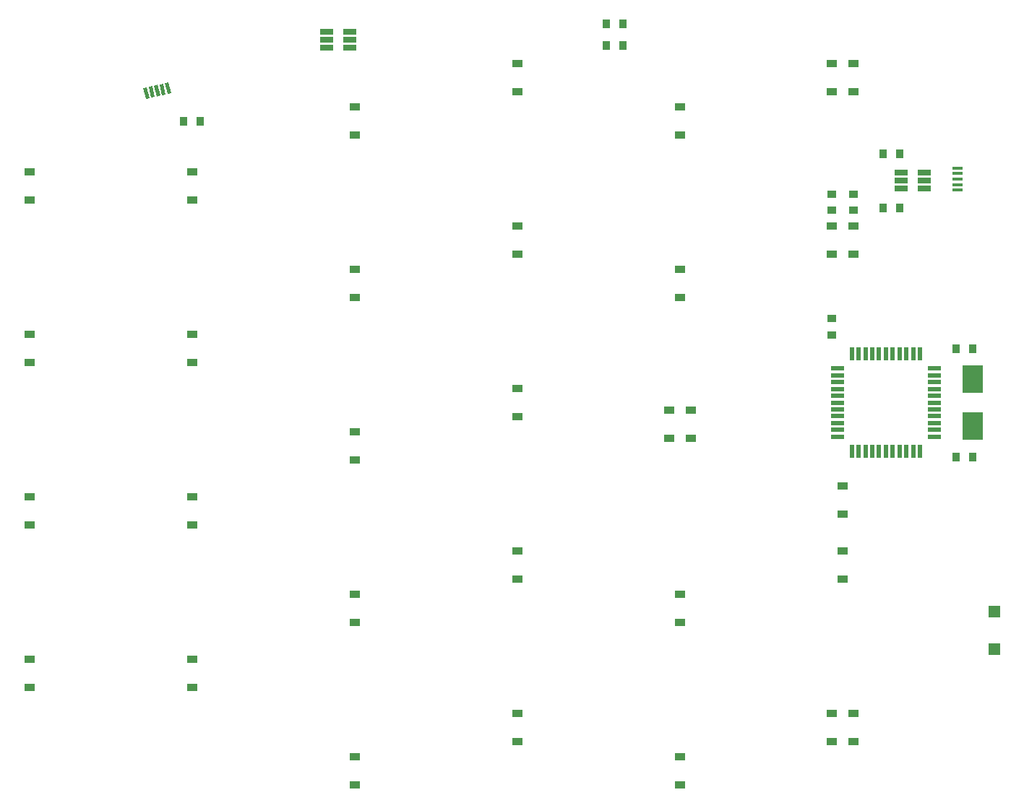
<source format=gbr>
G04 #@! TF.FileFunction,Paste,Top*
%FSLAX46Y46*%
G04 Gerber Fmt 4.6, Leading zero omitted, Abs format (unit mm)*
G04 Created by KiCad (PCBNEW 4.0.7+dfsg1-1~bpo9+1) date Sat May 26 14:22:04 2018*
%MOMM*%
%LPD*%
G01*
G04 APERTURE LIST*
%ADD10C,0.100000*%
%ADD11R,0.550000X1.500000*%
%ADD12R,1.500000X0.550000*%
%ADD13R,1.560000X0.650000*%
%ADD14R,0.845000X1.000000*%
%ADD15R,2.400000X3.325000*%
%ADD16R,1.000000X0.845000*%
%ADD17R,1.300000X0.450000*%
%ADD18R,1.360000X1.440000*%
%ADD19R,1.200000X0.900000*%
G04 APERTURE END LIST*
D10*
G36*
X82968926Y-38652292D02*
X83256939Y-39919986D01*
X82818122Y-40019682D01*
X82530109Y-38751988D01*
X82968926Y-38652292D01*
X82968926Y-38652292D01*
G37*
G36*
X82335079Y-38796298D02*
X82623092Y-40063992D01*
X82184275Y-40163688D01*
X81896262Y-38895994D01*
X82335079Y-38796298D01*
X82335079Y-38796298D01*
G37*
G36*
X81701232Y-38940305D02*
X81989245Y-40207999D01*
X81550428Y-40307695D01*
X81262415Y-39040001D01*
X81701232Y-38940305D01*
X81701232Y-38940305D01*
G37*
G36*
X81067385Y-39084311D02*
X81355398Y-40352005D01*
X80916581Y-40451701D01*
X80628568Y-39184007D01*
X81067385Y-39084311D01*
X81067385Y-39084311D01*
G37*
G36*
X80433538Y-39228318D02*
X80721551Y-40496012D01*
X80282734Y-40595708D01*
X79994721Y-39328014D01*
X80433538Y-39228318D01*
X80433538Y-39228318D01*
G37*
D11*
X163005000Y-81900000D03*
X163805000Y-81900000D03*
X164605000Y-81900000D03*
X165405000Y-81900000D03*
X166205000Y-81900000D03*
X167005000Y-81900000D03*
X167805000Y-81900000D03*
X168605000Y-81900000D03*
X169405000Y-81900000D03*
X170205000Y-81900000D03*
X171005000Y-81900000D03*
D12*
X172705000Y-80200000D03*
X172705000Y-79400000D03*
X172705000Y-78600000D03*
X172705000Y-77800000D03*
X172705000Y-77000000D03*
X172705000Y-76200000D03*
X172705000Y-75400000D03*
X172705000Y-74600000D03*
X172705000Y-73800000D03*
X172705000Y-73000000D03*
X172705000Y-72200000D03*
D11*
X171005000Y-70500000D03*
X170205000Y-70500000D03*
X169405000Y-70500000D03*
X168605000Y-70500000D03*
X167805000Y-70500000D03*
X167005000Y-70500000D03*
X166205000Y-70500000D03*
X165405000Y-70500000D03*
X164605000Y-70500000D03*
X163805000Y-70500000D03*
X163005000Y-70500000D03*
D12*
X161305000Y-72200000D03*
X161305000Y-73000000D03*
X161305000Y-73800000D03*
X161305000Y-74600000D03*
X161305000Y-75400000D03*
X161305000Y-76200000D03*
X161305000Y-77000000D03*
X161305000Y-77800000D03*
X161305000Y-78600000D03*
X161305000Y-79400000D03*
X161305000Y-80200000D03*
D13*
X171530000Y-51115000D03*
X171530000Y-50165000D03*
X171530000Y-49215000D03*
X168830000Y-49215000D03*
X168830000Y-51115000D03*
X168830000Y-50165000D03*
D14*
X168602500Y-53340000D03*
X166677500Y-53340000D03*
X84762500Y-43180000D03*
X86687500Y-43180000D03*
D13*
X101520000Y-32705000D03*
X101520000Y-33655000D03*
X101520000Y-34605000D03*
X104220000Y-34605000D03*
X104220000Y-32705000D03*
X104220000Y-33655000D03*
D15*
X177165000Y-73437500D03*
X177165000Y-78962500D03*
D16*
X160655000Y-51742500D03*
X160655000Y-53667500D03*
X163195000Y-51742500D03*
X163195000Y-53667500D03*
X160655000Y-68272500D03*
X160655000Y-66347500D03*
D14*
X134292500Y-31750000D03*
X136217500Y-31750000D03*
X134292500Y-34290000D03*
X136217500Y-34290000D03*
X177165000Y-82550000D03*
X175240000Y-82550000D03*
X177165000Y-69850000D03*
X175240000Y-69850000D03*
D17*
X175392000Y-51300000D03*
X175392000Y-50650000D03*
X175392000Y-50000000D03*
X175392000Y-49350000D03*
X175392000Y-48700000D03*
D14*
X168602500Y-46990000D03*
X166677500Y-46990000D03*
D18*
X179705000Y-100670000D03*
X179705000Y-105070000D03*
D19*
X66675000Y-52450000D03*
X66675000Y-49150000D03*
X85725000Y-52450000D03*
X85725000Y-49150000D03*
X104775000Y-44830000D03*
X104775000Y-41530000D03*
X123825000Y-39750000D03*
X123825000Y-36450000D03*
X142875000Y-44830000D03*
X142875000Y-41530000D03*
X160655000Y-39750000D03*
X160655000Y-36450000D03*
X163195000Y-39750000D03*
X163195000Y-36450000D03*
X66675000Y-71500000D03*
X66675000Y-68200000D03*
X85725000Y-71500000D03*
X85725000Y-68200000D03*
X104775000Y-63880000D03*
X104775000Y-60580000D03*
X123825000Y-58800000D03*
X123825000Y-55500000D03*
X142875000Y-63880000D03*
X142875000Y-60580000D03*
X160655000Y-58800000D03*
X160655000Y-55500000D03*
X163195000Y-58800000D03*
X163195000Y-55500000D03*
X66675000Y-90550000D03*
X66675000Y-87250000D03*
X85725000Y-90550000D03*
X85725000Y-87250000D03*
X104775000Y-82930000D03*
X104775000Y-79630000D03*
X123825000Y-77850000D03*
X123825000Y-74550000D03*
X141605000Y-80390000D03*
X141605000Y-77090000D03*
X144145000Y-80390000D03*
X144145000Y-77090000D03*
X66675000Y-109600000D03*
X66675000Y-106300000D03*
X85725000Y-109600000D03*
X85725000Y-106300000D03*
X104775000Y-101980000D03*
X104775000Y-98680000D03*
X123825000Y-96900000D03*
X123825000Y-93600000D03*
X142875000Y-101980000D03*
X142875000Y-98680000D03*
X161925000Y-96900000D03*
X161925000Y-93600000D03*
X161925000Y-89280000D03*
X161925000Y-85980000D03*
X104775000Y-121030000D03*
X104775000Y-117730000D03*
X123825000Y-115950000D03*
X123825000Y-112650000D03*
X142875000Y-121030000D03*
X142875000Y-117730000D03*
X160655000Y-115950000D03*
X160655000Y-112650000D03*
X163195000Y-115950000D03*
X163195000Y-112650000D03*
M02*

</source>
